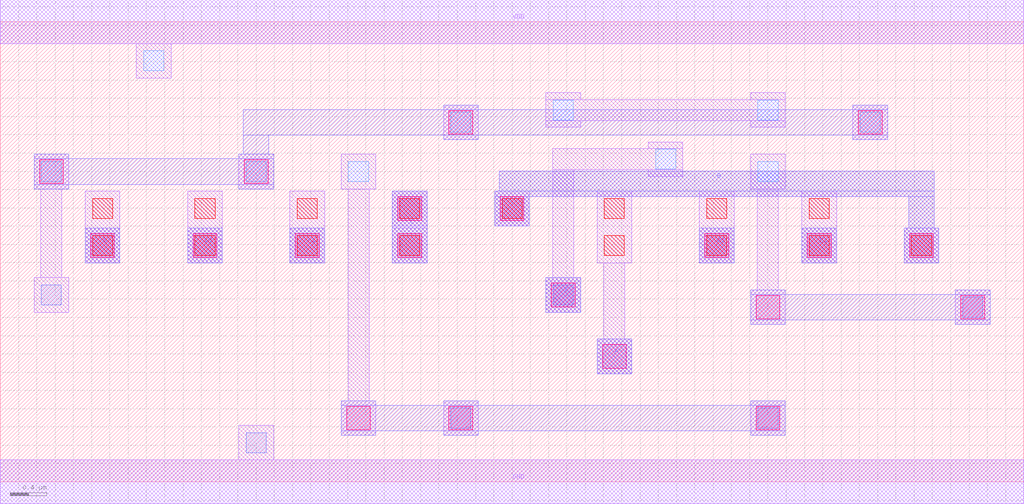
<source format=lef>
MACRO AAOAAOI2222
 CLASS CORE ;
 FOREIGN AAOAAOI2222 0 0 ;
 SIZE 11.200000000000001 BY 5.04 ;
 ORIGIN 0 0 ;
 SYMMETRY X Y R90 ;
 SITE unit ;
  PIN VDD
   DIRECTION INOUT ;
   USE POWER ;
   SHAPE ABUTMENT ;
    PORT
     CLASS CORE ;
       LAYER met1 ;
        RECT 0.00000000 4.80000000 11.20000000 5.28000000 ;
    END
  END VDD

  PIN GND
   DIRECTION INOUT ;
   USE POWER ;
   SHAPE ABUTMENT ;
    PORT
     CLASS CORE ;
       LAYER met1 ;
        RECT 0.00000000 -0.24000000 11.20000000 0.24000000 ;
    END
  END GND

  PIN Y
   DIRECTION INOUT ;
   USE SIGNAL ;
   SHAPE ABUTMENT ;
    PORT
     CLASS CORE ;
       LAYER met2 ;
        RECT 5.97000000 1.85700000 6.35000000 2.23700000 ;
    END
  END Y

  PIN D1
   DIRECTION INOUT ;
   USE SIGNAL ;
   SHAPE ABUTMENT ;
    PORT
     CLASS CORE ;
       LAYER met2 ;
        RECT 2.05000000 2.39700000 2.43000000 2.77700000 ;
    END
  END D1

  PIN B
   DIRECTION INOUT ;
   USE SIGNAL ;
   SHAPE ABUTMENT ;
    PORT
     CLASS CORE ;
       LAYER met2 ;
        RECT 9.89000000 2.39700000 10.27000000 2.77700000 ;
        RECT 5.41000000 2.80200000 5.79000000 3.12200000 ;
        RECT 9.94000000 2.77700000 10.22000000 3.12200000 ;
        RECT 5.41000000 3.12200000 10.22000000 3.18200000 ;
        RECT 5.46000000 3.18200000 10.22000000 3.40200000 ;
    END
  END B

  PIN C
   DIRECTION INOUT ;
   USE SIGNAL ;
   SHAPE ABUTMENT ;
    PORT
     CLASS CORE ;
       LAYER met2 ;
        RECT 4.29000000 2.39700000 4.67000000 3.18200000 ;
    END
  END C

  PIN A
   DIRECTION INOUT ;
   USE SIGNAL ;
   SHAPE ABUTMENT ;
    PORT
     CLASS CORE ;
       LAYER met2 ;
        RECT 6.53000000 1.18200000 6.91000000 1.56200000 ;
    END
  END A

  PIN C1
   DIRECTION INOUT ;
   USE SIGNAL ;
   SHAPE ABUTMENT ;
    PORT
     CLASS CORE ;
       LAYER met2 ;
        RECT 3.17000000 2.39700000 3.55000000 2.77700000 ;
    END
  END C1

  PIN B1
   DIRECTION INOUT ;
   USE SIGNAL ;
   SHAPE ABUTMENT ;
    PORT
     CLASS CORE ;
       LAYER met2 ;
        RECT 8.77000000 2.39700000 9.15000000 2.77700000 ;
    END
  END B1

  PIN A1
   DIRECTION INOUT ;
   USE SIGNAL ;
   SHAPE ABUTMENT ;
    PORT
     CLASS CORE ;
       LAYER met2 ;
        RECT 7.65000000 2.39700000 8.03000000 2.77700000 ;
    END
  END A1

  PIN D
   DIRECTION INOUT ;
   USE SIGNAL ;
   SHAPE ABUTMENT ;
    PORT
     CLASS CORE ;
       LAYER met2 ;
        RECT 0.93000000 2.39700000 1.31000000 2.77700000 ;
    END
  END D

 OBS
    LAYER polycont ;
     RECT 1.01000000 2.47700000 1.23000000 2.69700000 ;
     RECT 2.13000000 2.47700000 2.35000000 2.69700000 ;
     RECT 3.25000000 2.47700000 3.47000000 2.69700000 ;
     RECT 4.37000000 2.47700000 4.59000000 2.69700000 ;
     RECT 6.61000000 2.47700000 6.83000000 2.69700000 ;
     RECT 7.73000000 2.47700000 7.95000000 2.69700000 ;
     RECT 8.85000000 2.47700000 9.07000000 2.69700000 ;
     RECT 9.97000000 2.47700000 10.19000000 2.69700000 ;
     RECT 1.01000000 2.88200000 1.23000000 3.10200000 ;
     RECT 2.13000000 2.88200000 2.35000000 3.10200000 ;
     RECT 3.25000000 2.88200000 3.47000000 3.10200000 ;
     RECT 4.37000000 2.88200000 4.59000000 3.10200000 ;
     RECT 5.49000000 2.88200000 5.71000000 3.10200000 ;
     RECT 6.61000000 2.88200000 6.83000000 3.10200000 ;
     RECT 7.73000000 2.88200000 7.95000000 3.10200000 ;
     RECT 8.85000000 2.88200000 9.07000000 3.10200000 ;

    LAYER pdiffc ;
     RECT 0.45000000 3.28700000 0.67000000 3.50700000 ;
     RECT 2.69000000 3.28700000 2.91000000 3.50700000 ;
     RECT 3.81000000 3.28700000 4.03000000 3.50700000 ;
     RECT 8.29000000 3.28700000 8.51000000 3.50700000 ;
     RECT 7.17000000 3.42200000 7.39000000 3.64200000 ;
     RECT 4.93000000 3.82700000 5.15000000 4.04700000 ;
     RECT 9.41000000 3.82700000 9.63000000 4.04700000 ;
     RECT 6.05000000 3.96200000 6.27000000 4.18200000 ;
     RECT 8.29000000 3.96200000 8.51000000 4.18200000 ;
     RECT 1.57000000 4.50200000 1.79000000 4.72200000 ;

    LAYER ndiffc ;
     RECT 2.69000000 0.31700000 2.91000000 0.53700000 ;
     RECT 4.93000000 0.58700000 5.15000000 0.80700000 ;
     RECT 8.29000000 0.58700000 8.51000000 0.80700000 ;
     RECT 10.53000000 1.80200000 10.75000000 2.02200000 ;
     RECT 0.45000000 1.93700000 0.67000000 2.15700000 ;
     RECT 6.05000000 1.93700000 6.27000000 2.15700000 ;

    LAYER met1 ;
     RECT 0.00000000 -0.24000000 11.20000000 0.24000000 ;
     RECT 2.61000000 0.24000000 2.99000000 0.61700000 ;
     RECT 4.85000000 0.50700000 5.23000000 0.88700000 ;
     RECT 8.21000000 0.50700000 8.59000000 0.88700000 ;
     RECT 10.45000000 1.72200000 10.83000000 2.10200000 ;
     RECT 4.29000000 2.39700000 4.67000000 2.77700000 ;
     RECT 9.89000000 2.39700000 10.27000000 2.77700000 ;
     RECT 0.93000000 2.39700000 1.31000000 3.18200000 ;
     RECT 2.05000000 2.39700000 2.43000000 3.18200000 ;
     RECT 3.17000000 2.39700000 3.55000000 3.18200000 ;
     RECT 4.29000000 2.80200000 4.67000000 3.18200000 ;
     RECT 5.41000000 2.80200000 5.79000000 3.18200000 ;
     RECT 6.53000000 1.18200000 6.91000000 1.56200000 ;
     RECT 6.60500000 1.56200000 6.83500000 2.39700000 ;
     RECT 6.53000000 2.39700000 6.91000000 3.18200000 ;
     RECT 7.65000000 2.39700000 8.03000000 3.18200000 ;
     RECT 8.77000000 2.39700000 9.15000000 3.18200000 ;
     RECT 0.37000000 1.85700000 0.75000000 2.23700000 ;
     RECT 0.44500000 2.23700000 0.67500000 3.20700000 ;
     RECT 0.37000000 3.20700000 0.75000000 3.58700000 ;
     RECT 2.61000000 3.20700000 2.99000000 3.58700000 ;
     RECT 3.73000000 0.50700000 4.11000000 0.88700000 ;
     RECT 3.80500000 0.88700000 4.03500000 3.20700000 ;
     RECT 3.73000000 3.20700000 4.11000000 3.58700000 ;
     RECT 8.21000000 1.72200000 8.59000000 2.10200000 ;
     RECT 8.28500000 2.10200000 8.51500000 3.20700000 ;
     RECT 8.21000000 3.20700000 8.59000000 3.58700000 ;
     RECT 5.97000000 1.85700000 6.35000000 2.23700000 ;
     RECT 6.04500000 2.23700000 6.27500000 3.41700000 ;
     RECT 7.09000000 3.34200000 7.47000000 3.41700000 ;
     RECT 6.04500000 3.41700000 7.47000000 3.64700000 ;
     RECT 7.09000000 3.64700000 7.47000000 3.72200000 ;
     RECT 4.85000000 3.74700000 5.23000000 4.12700000 ;
     RECT 9.33000000 3.74700000 9.71000000 4.12700000 ;
     RECT 5.97000000 3.88200000 6.35000000 3.95700000 ;
     RECT 8.21000000 3.88200000 8.59000000 3.95700000 ;
     RECT 5.97000000 3.95700000 8.59000000 4.18700000 ;
     RECT 5.97000000 4.18700000 6.35000000 4.26200000 ;
     RECT 8.21000000 4.18700000 8.59000000 4.26200000 ;
     RECT 1.49000000 4.42200000 1.87000000 4.80000000 ;
     RECT 0.00000000 4.80000000 11.20000000 5.28000000 ;

    LAYER via1 ;
     RECT 3.79000000 0.56700000 4.05000000 0.82700000 ;
     RECT 4.91000000 0.56700000 5.17000000 0.82700000 ;
     RECT 8.27000000 0.56700000 8.53000000 0.82700000 ;
     RECT 6.59000000 1.24200000 6.85000000 1.50200000 ;
     RECT 8.27000000 1.78200000 8.53000000 2.04200000 ;
     RECT 10.51000000 1.78200000 10.77000000 2.04200000 ;
     RECT 6.03000000 1.91700000 6.29000000 2.17700000 ;
     RECT 0.99000000 2.45700000 1.25000000 2.71700000 ;
     RECT 2.11000000 2.45700000 2.37000000 2.71700000 ;
     RECT 3.23000000 2.45700000 3.49000000 2.71700000 ;
     RECT 4.35000000 2.45700000 4.61000000 2.71700000 ;
     RECT 7.71000000 2.45700000 7.97000000 2.71700000 ;
     RECT 8.83000000 2.45700000 9.09000000 2.71700000 ;
     RECT 9.95000000 2.45700000 10.21000000 2.71700000 ;
     RECT 4.35000000 2.86200000 4.61000000 3.12200000 ;
     RECT 5.47000000 2.86200000 5.73000000 3.12200000 ;
     RECT 0.43000000 3.26700000 0.69000000 3.52700000 ;
     RECT 2.67000000 3.26700000 2.93000000 3.52700000 ;
     RECT 4.91000000 3.80700000 5.17000000 4.06700000 ;
     RECT 9.39000000 3.80700000 9.65000000 4.06700000 ;

    LAYER met2 ;
     RECT 3.73000000 0.50700000 4.11000000 0.55700000 ;
     RECT 4.85000000 0.50700000 5.23000000 0.55700000 ;
     RECT 8.21000000 0.50700000 8.59000000 0.55700000 ;
     RECT 3.73000000 0.55700000 8.59000000 0.83700000 ;
     RECT 3.73000000 0.83700000 4.11000000 0.88700000 ;
     RECT 4.85000000 0.83700000 5.23000000 0.88700000 ;
     RECT 8.21000000 0.83700000 8.59000000 0.88700000 ;
     RECT 6.53000000 1.18200000 6.91000000 1.56200000 ;
     RECT 8.21000000 1.72200000 8.59000000 1.77200000 ;
     RECT 10.45000000 1.72200000 10.83000000 1.77200000 ;
     RECT 8.21000000 1.77200000 10.83000000 2.05200000 ;
     RECT 8.21000000 2.05200000 8.59000000 2.10200000 ;
     RECT 10.45000000 2.05200000 10.83000000 2.10200000 ;
     RECT 5.97000000 1.85700000 6.35000000 2.23700000 ;
     RECT 0.93000000 2.39700000 1.31000000 2.77700000 ;
     RECT 2.05000000 2.39700000 2.43000000 2.77700000 ;
     RECT 3.17000000 2.39700000 3.55000000 2.77700000 ;
     RECT 7.65000000 2.39700000 8.03000000 2.77700000 ;
     RECT 8.77000000 2.39700000 9.15000000 2.77700000 ;
     RECT 4.29000000 2.39700000 4.67000000 3.18200000 ;
     RECT 9.89000000 2.39700000 10.27000000 2.77700000 ;
     RECT 5.41000000 2.80200000 5.79000000 3.12200000 ;
     RECT 9.94000000 2.77700000 10.22000000 3.12200000 ;
     RECT 5.41000000 3.12200000 10.22000000 3.18200000 ;
     RECT 5.46000000 3.18200000 10.22000000 3.40200000 ;
     RECT 0.37000000 3.20700000 0.75000000 3.25700000 ;
     RECT 2.61000000 3.20700000 2.99000000 3.25700000 ;
     RECT 0.37000000 3.25700000 2.99000000 3.53700000 ;
     RECT 0.37000000 3.53700000 0.75000000 3.58700000 ;
     RECT 2.61000000 3.53700000 2.99000000 3.58700000 ;
     RECT 2.66000000 3.58700000 2.94000000 3.79700000 ;
     RECT 4.85000000 3.74700000 5.23000000 3.79700000 ;
     RECT 9.33000000 3.74700000 9.71000000 3.79700000 ;
     RECT 2.66000000 3.79700000 9.71000000 4.07700000 ;
     RECT 4.85000000 4.07700000 5.23000000 4.12700000 ;
     RECT 9.33000000 4.07700000 9.71000000 4.12700000 ;

 END
END AAOAAOI2222

</source>
